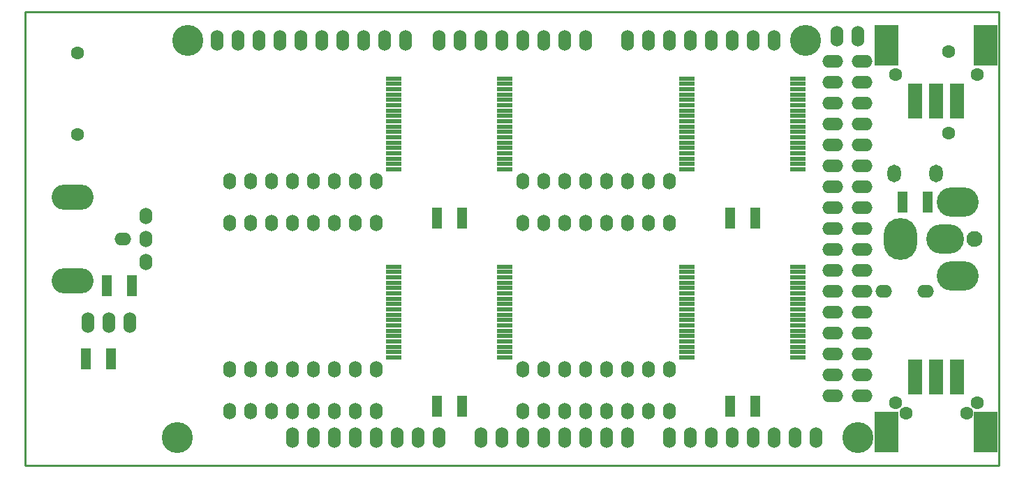
<source format=gbs>
G04 #@! TF.FileFunction,Soldermask,Bot*
%FSLAX46Y46*%
G04 Gerber Fmt 4.6, Leading zero omitted, Abs format (unit mm)*
G04 Created by KiCad (PCBNEW 4.1.0-alpha+201606220817+6945~45~ubuntu16.04.1-product) date Wed Jun 22 14:42:33 2016*
%MOMM*%
%LPD*%
G01*
G04 APERTURE LIST*
%ADD10C,0.100000*%
%ADD11C,0.228600*%
%ADD12R,1.270000X2.540000*%
%ADD13O,1.524000X2.540000*%
%ADD14C,1.930400*%
%ADD15O,4.572000X3.556000*%
%ADD16O,4.064000X5.080000*%
%ADD17O,5.080000X3.556000*%
%ADD18O,5.080000X3.048000*%
%ADD19O,2.032000X1.524000*%
%ADD20O,1.524000X2.032000*%
%ADD21C,3.759200*%
%ADD22O,2.540000X1.524000*%
%ADD23C,1.600200*%
%ADD24R,1.778000X4.191000*%
%ADD25R,2.997200X5.029200*%
%ADD26R,1.930000X0.550000*%
%ADD27O,1.651000X2.159000*%
G04 APERTURE END LIST*
D10*
D11*
X211455000Y-75311000D02*
X93345000Y-75311000D01*
X211455000Y-130429000D02*
X211455000Y-75311000D01*
X93345000Y-130429000D02*
X211455000Y-130429000D01*
X93345000Y-75311000D02*
X93345000Y-130429000D01*
D12*
X143256000Y-123190000D03*
X146304000Y-123190000D03*
D13*
X103505000Y-113030000D03*
X100965000Y-113030000D03*
X106045000Y-113030000D03*
D14*
X208457800Y-102870000D03*
D15*
X204952600Y-102870000D03*
D16*
X199466200Y-102870000D03*
D17*
X206451200Y-98374200D03*
X206451200Y-107365800D03*
D12*
X199771000Y-98425000D03*
X202819000Y-98425000D03*
X106299000Y-108585000D03*
X103251000Y-108585000D03*
X178816000Y-123190000D03*
X181864000Y-123190000D03*
D18*
X99060000Y-107950000D03*
X99060000Y-97790000D03*
D19*
X105156000Y-102870000D03*
D20*
X107950000Y-102870000D03*
X107950000Y-100076000D03*
X107950000Y-105664000D03*
D21*
X111760000Y-127000000D03*
X113030000Y-78740000D03*
X194310000Y-127000000D03*
X187960000Y-78740000D03*
D13*
X125730000Y-127000000D03*
X128270000Y-127000000D03*
X130810000Y-127000000D03*
X133350000Y-127000000D03*
X135890000Y-127000000D03*
X138430000Y-127000000D03*
X140970000Y-127000000D03*
X143510000Y-127000000D03*
X148590000Y-127000000D03*
X151130000Y-127000000D03*
X153670000Y-127000000D03*
X156210000Y-127000000D03*
X158750000Y-127000000D03*
X161290000Y-127000000D03*
X163830000Y-127000000D03*
X166370000Y-127000000D03*
X171450000Y-127000000D03*
X173990000Y-127000000D03*
X176530000Y-127000000D03*
X179070000Y-127000000D03*
X181610000Y-127000000D03*
X184150000Y-127000000D03*
X186690000Y-127000000D03*
X189230000Y-127000000D03*
X116586000Y-78740000D03*
X119126000Y-78740000D03*
X121666000Y-78740000D03*
X124206000Y-78740000D03*
X126746000Y-78740000D03*
X129286000Y-78740000D03*
X131826000Y-78740000D03*
X134366000Y-78740000D03*
X136906000Y-78740000D03*
X139446000Y-78740000D03*
X143510000Y-78740000D03*
X161290000Y-78740000D03*
X158750000Y-78740000D03*
X156210000Y-78740000D03*
X153670000Y-78740000D03*
X151130000Y-78740000D03*
X148590000Y-78740000D03*
X146050000Y-78740000D03*
X166370000Y-78740000D03*
X168910000Y-78740000D03*
X171450000Y-78740000D03*
X173990000Y-78740000D03*
X176530000Y-78740000D03*
X179070000Y-78740000D03*
X181610000Y-78740000D03*
X184150000Y-78740000D03*
X191770000Y-78232000D03*
X194310000Y-78232000D03*
D22*
X191262000Y-81280000D03*
X194818000Y-81280000D03*
X191262000Y-83820000D03*
X194818000Y-83820000D03*
X191262000Y-86360000D03*
X194818000Y-86360000D03*
X191262000Y-88900000D03*
X194818000Y-88900000D03*
X191262000Y-91440000D03*
X194818000Y-91440000D03*
X191262000Y-93980000D03*
X194818000Y-93980000D03*
X191262000Y-96520000D03*
X194818000Y-96520000D03*
X191262000Y-99060000D03*
X194818000Y-99060000D03*
X191262000Y-101600000D03*
X194818000Y-101600000D03*
X191262000Y-104140000D03*
X194818000Y-104140000D03*
X191262000Y-106680000D03*
X194818000Y-106680000D03*
X191262000Y-109220000D03*
X194818000Y-109220000D03*
X191262000Y-111760000D03*
X194818000Y-111760000D03*
X191262000Y-114300000D03*
X194818000Y-114300000D03*
X191262000Y-116840000D03*
X194818000Y-116840000D03*
X191262000Y-119380000D03*
X194818000Y-119380000D03*
X191262000Y-121920000D03*
X194818000Y-121920000D03*
D23*
X99695000Y-90170000D03*
X99695000Y-80264000D03*
D24*
X206375000Y-86106000D03*
X203835000Y-86106000D03*
X201295000Y-86106000D03*
D23*
X208788000Y-82931000D03*
X198882000Y-82931000D03*
D25*
X209829400Y-79375000D03*
X197840600Y-79375000D03*
D23*
X205359000Y-80137000D03*
X205359000Y-90043000D03*
D24*
X201295000Y-119634000D03*
X203835000Y-119634000D03*
X206375000Y-119634000D03*
D23*
X198882000Y-122809000D03*
X208788000Y-122809000D03*
D25*
X197840600Y-126365000D03*
X209829400Y-126365000D03*
D23*
X207518000Y-124079000D03*
X200152000Y-124079000D03*
D12*
X100711000Y-117475000D03*
X103759000Y-117475000D03*
X178816000Y-100330000D03*
X181864000Y-100330000D03*
X143256000Y-100330000D03*
X146304000Y-100330000D03*
D26*
X151520000Y-106235000D03*
X151520000Y-106885000D03*
X151520000Y-107535000D03*
X151520000Y-108185000D03*
X151520000Y-108835000D03*
X151520000Y-109485000D03*
X151520000Y-110135000D03*
X151520000Y-110785000D03*
X151520000Y-111435000D03*
X151520000Y-112085000D03*
X151520000Y-112735000D03*
X151520000Y-113385000D03*
X151520000Y-114035000D03*
X151520000Y-114685000D03*
X151520000Y-115335000D03*
X151520000Y-115985000D03*
X151520000Y-116635000D03*
X151520000Y-117285000D03*
X138040000Y-117285000D03*
X138040000Y-116635000D03*
X138040000Y-115985000D03*
X138040000Y-115335000D03*
X138040000Y-114685000D03*
X138040000Y-114035000D03*
X138040000Y-113385000D03*
X138040000Y-112735000D03*
X138040000Y-112085000D03*
X138040000Y-111435000D03*
X138040000Y-110785000D03*
X138040000Y-110135000D03*
X138040000Y-109485000D03*
X138040000Y-108835000D03*
X138040000Y-108185000D03*
X138040000Y-107535000D03*
X138040000Y-106885000D03*
X138040000Y-106235000D03*
X187080000Y-106235000D03*
X187080000Y-106885000D03*
X187080000Y-107535000D03*
X187080000Y-108185000D03*
X187080000Y-108835000D03*
X187080000Y-109485000D03*
X187080000Y-110135000D03*
X187080000Y-110785000D03*
X187080000Y-111435000D03*
X187080000Y-112085000D03*
X187080000Y-112735000D03*
X187080000Y-113385000D03*
X187080000Y-114035000D03*
X187080000Y-114685000D03*
X187080000Y-115335000D03*
X187080000Y-115985000D03*
X187080000Y-116635000D03*
X187080000Y-117285000D03*
X173600000Y-117285000D03*
X173600000Y-116635000D03*
X173600000Y-115985000D03*
X173600000Y-115335000D03*
X173600000Y-114685000D03*
X173600000Y-114035000D03*
X173600000Y-113385000D03*
X173600000Y-112735000D03*
X173600000Y-112085000D03*
X173600000Y-111435000D03*
X173600000Y-110785000D03*
X173600000Y-110135000D03*
X173600000Y-109485000D03*
X173600000Y-108835000D03*
X173600000Y-108185000D03*
X173600000Y-107535000D03*
X173600000Y-106885000D03*
X173600000Y-106235000D03*
X151520000Y-83375000D03*
X151520000Y-84025000D03*
X151520000Y-84675000D03*
X151520000Y-85325000D03*
X151520000Y-85975000D03*
X151520000Y-86625000D03*
X151520000Y-87275000D03*
X151520000Y-87925000D03*
X151520000Y-88575000D03*
X151520000Y-89225000D03*
X151520000Y-89875000D03*
X151520000Y-90525000D03*
X151520000Y-91175000D03*
X151520000Y-91825000D03*
X151520000Y-92475000D03*
X151520000Y-93125000D03*
X151520000Y-93775000D03*
X151520000Y-94425000D03*
X138040000Y-94425000D03*
X138040000Y-93775000D03*
X138040000Y-93125000D03*
X138040000Y-92475000D03*
X138040000Y-91825000D03*
X138040000Y-91175000D03*
X138040000Y-90525000D03*
X138040000Y-89875000D03*
X138040000Y-89225000D03*
X138040000Y-88575000D03*
X138040000Y-87925000D03*
X138040000Y-87275000D03*
X138040000Y-86625000D03*
X138040000Y-85975000D03*
X138040000Y-85325000D03*
X138040000Y-84675000D03*
X138040000Y-84025000D03*
X138040000Y-83375000D03*
X187080000Y-83375000D03*
X187080000Y-84025000D03*
X187080000Y-84675000D03*
X187080000Y-85325000D03*
X187080000Y-85975000D03*
X187080000Y-86625000D03*
X187080000Y-87275000D03*
X187080000Y-87925000D03*
X187080000Y-88575000D03*
X187080000Y-89225000D03*
X187080000Y-89875000D03*
X187080000Y-90525000D03*
X187080000Y-91175000D03*
X187080000Y-91825000D03*
X187080000Y-92475000D03*
X187080000Y-93125000D03*
X187080000Y-93775000D03*
X187080000Y-94425000D03*
X173600000Y-94425000D03*
X173600000Y-93775000D03*
X173600000Y-93125000D03*
X173600000Y-92475000D03*
X173600000Y-91825000D03*
X173600000Y-91175000D03*
X173600000Y-90525000D03*
X173600000Y-89875000D03*
X173600000Y-89225000D03*
X173600000Y-88575000D03*
X173600000Y-87925000D03*
X173600000Y-87275000D03*
X173600000Y-86625000D03*
X173600000Y-85975000D03*
X173600000Y-85325000D03*
X173600000Y-84675000D03*
X173600000Y-84025000D03*
X173600000Y-83375000D03*
D19*
X202565000Y-109220000D03*
X197485000Y-109220000D03*
D20*
X171450000Y-100965000D03*
X171450000Y-95885000D03*
X168910000Y-100965000D03*
X168910000Y-95885000D03*
X166370000Y-100965000D03*
X166370000Y-95885000D03*
X163830000Y-100965000D03*
X163830000Y-95885000D03*
X161290000Y-100965000D03*
X161290000Y-95885000D03*
X158750000Y-100965000D03*
X158750000Y-95885000D03*
X156210000Y-100965000D03*
X156210000Y-95885000D03*
X153670000Y-100965000D03*
X153670000Y-95885000D03*
X135890000Y-100965000D03*
X135890000Y-95885000D03*
X133350000Y-100965000D03*
X133350000Y-95885000D03*
X130810000Y-100965000D03*
X130810000Y-95885000D03*
X128270000Y-100965000D03*
X128270000Y-95885000D03*
X125730000Y-100965000D03*
X125730000Y-95885000D03*
X123190000Y-100965000D03*
X123190000Y-95885000D03*
X120650000Y-100965000D03*
X120650000Y-95885000D03*
X171450000Y-123825000D03*
X171450000Y-118745000D03*
X168910000Y-123825000D03*
X168910000Y-118745000D03*
X166370000Y-123825000D03*
X166370000Y-118745000D03*
X163830000Y-123825000D03*
X163830000Y-118745000D03*
X161290000Y-123825000D03*
X161290000Y-118745000D03*
X158750000Y-123825000D03*
X158750000Y-118745000D03*
X156210000Y-123825000D03*
X156210000Y-118745000D03*
X153670000Y-123825000D03*
X153670000Y-118745000D03*
X135890000Y-123825000D03*
X135890000Y-118745000D03*
X133350000Y-123825000D03*
X133350000Y-118745000D03*
X130810000Y-123825000D03*
X130810000Y-118745000D03*
X128270000Y-123825000D03*
X128270000Y-118745000D03*
X125730000Y-123825000D03*
X125730000Y-118745000D03*
X123190000Y-123825000D03*
X123190000Y-118745000D03*
X120650000Y-123825000D03*
X120650000Y-118745000D03*
X118110000Y-123825000D03*
X118110000Y-118745000D03*
X118110000Y-100965000D03*
X118110000Y-95885000D03*
D27*
X198755000Y-94970600D03*
X203835000Y-94970600D03*
M02*

</source>
